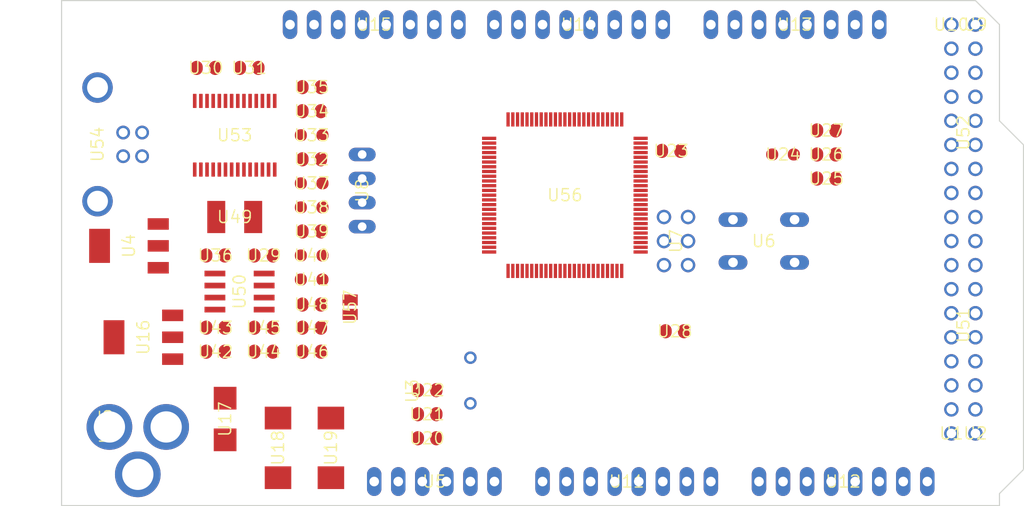
<source format=kicad_pcb>
(kicad_pcb (version 20221018) (generator pcbnew)
  (layers (0 "F.Cu" signal "Top") (31 "B.Cu" signal "Bottom") (34 "B.Paste" user) (35 "F.Paste" user) (36 "B.SilkS" user "B.Silkscreen") (37 "F.SilkS" user "F.Silkscreen") (38 "B.Mask" user) (39 "F.Mask" user) (44 "Edge.Cuts" user))
  (net 0 "")
  (net 1 "+5V")
  (net 2 "GND")
  (net 3 "N$6")
  (net 4 "N$7")
  (net 5 "AREF")
  (net 6 "RESET")
  (net 7 "VIN")
  (net 8 "N$3")
  (net 9 "PWRIN")
  (net 10 "M8RXD")
  (net 11 "M8TXD")
  (net 12 "ADC0")
  (net 13 "ADC2")
  (net 14 "ADC1")
  (net 15 "ADC3")
  (net 16 "ADC4")
  (net 17 "ADC5")
  (net 18 "ADC6")
  (net 19 "ADC7")
  (net 20 "+3V3")
  (net 21 "SDA")
  (net 22 "SCL")
  (net 23 "ADC9")
  (net 24 "ADC8")
  (net 25 "ADC10")
  (net 26 "ADC11")
  (net 27 "ADC12")
  (net 28 "ADC13")
  (net 29 "ADC14")
  (net 30 "ADC15")
  (net 31 "PB3")
  (net 32 "PB2")
  (net 33 "PB1")
  (net 34 "PB5")
  (net 35 "PB4")
  (net 36 "PE5")
  (net 37 "PE4")
  (net 38 "PE3")
  (net 39 "PE1")
  (net 40 "PE0")
  (net 41 "N$15")
  (net 42 "N$53")
  (net 43 "N$54")
  (net 44 "N$55")
  (net 45 "D-")
  (net 46 "D+")
  (net 47 "N$60")
  (net 48 "DTR")
  (net 49 "USBVCC")
  (net 50 "N$2")
  (net 51 "N$4")
  (net 52 "GATE_CMD")
  (net 53 "CMP")
  (net 54 "PB6")
  (net 55 "PH3")
  (net 56 "PH4")
  (net 57 "PH5")
  (net 58 "PH6")
  (net 59 "PG5")
  (net 60 "RXD1")
  (net 61 "TXD1")
  (net 62 "RXD2")
  (net 63 "RXD3")
  (net 64 "TXD2")
  (net 65 "TXD3")
  (net 66 "PC0")
  (net 67 "PC1")
  (net 68 "PC2")
  (net 69 "PC3")
  (net 70 "PC4")
  (net 71 "PC5")
  (net 72 "PC6")
  (net 73 "PC7")
  (net 74 "PB0")
  (net 75 "PG0")
  (net 76 "PG1")
  (net 77 "PG2")
  (net 78 "PD7")
  (net 79 "PA0")
  (net 80 "PA1")
  (net 81 "PA2")
  (net 82 "PA3")
  (net 83 "PA4")
  (net 84 "PA5")
  (net 85 "PA6")
  (net 86 "PA7")
  (net 87 "PL0")
  (net 88 "PL1")
  (net 89 "PL2")
  (net 90 "PL3")
  (net 91 "PL4")
  (net 92 "PL5")
  (net 93 "PL6")
  (net 94 "PL7")
  (net 95 "PB7")
  (net 96 "CTS")
  (net 97 "DSR")
  (net 98 "DCD")
  (net 99 "RI")
  (footprint "Arduino_MEGA_Reference_Design:2X03" (layer "F.Cu") (at 162.5981 103.7336 -90)
    (fp_text reference "U7")
    (fp_text value "")
  )
  (footprint "Arduino_MEGA_Reference_Design:1X08" (layer "F.Cu") (at 152.3111 80.8736 180)
    (fp_text reference "U14")
    (fp_text value "")
  )
  (footprint "Arduino_MEGA_Reference_Design:1X08" (layer "F.Cu") (at 130.7211 80.8736 180)
    (fp_text reference "U15")
    (fp_text value "")
  )
  (footprint "Arduino_MEGA_Reference_Design:SMC_D" (layer "F.Cu") (at 120.5611 125.5776 -90)
    (fp_text reference "U18")
    (fp_text value "")
  )
  (footprint "Arduino_MEGA_Reference_Design:SMC_D" (layer "F.Cu") (at 126.1491 125.5776 -90)
    (fp_text reference "U19")
    (fp_text value "")
  )
  (footprint "Arduino_MEGA_Reference_Design:B3F-10XX" (layer "F.Cu") (at 171.8691 103.7336 180)
    (fp_text reference "U6")
    (fp_text value "")
  )
  (footprint "Arduino_MEGA_Reference_Design:0805RND" (layer "F.Cu") (at 173.9011 94.5896 180)
    (fp_text reference "U24")
    (fp_text value "")
  )
  (footprint "Arduino_MEGA_Reference_Design:SMB" (layer "F.Cu") (at 114.9731 122.5296 -90)
    (fp_text reference "U17")
    (fp_text value "")
  )
  (footprint "Arduino_MEGA_Reference_Design:DC-21MM" (layer "F.Cu") (at 103.0351 123.2916 90)
    (fp_text reference "U55")
    (fp_text value "")
  )
  (footprint "Arduino_MEGA_Reference_Design:HC49_S" (layer "F.Cu") (at 140.8811 118.4656 90)
    (fp_text reference "U3")
    (fp_text value "")
  )
  (footprint "Arduino_MEGA_Reference_Design:SOT223" (layer "F.Cu") (at 106.3371 113.8936 90)
    (fp_text reference "U16")
    (fp_text value "")
  )
  (footprint "Arduino_MEGA_Reference_Design:1X06" (layer "F.Cu") (at 137.0711 129.1336)
    (fp_text reference "U5")
    (fp_text value "")
  )
  (footprint "Arduino_MEGA_Reference_Design:C0805RND" (layer "F.Cu") (at 124.1171 87.4776)
    (fp_text reference "U35")
    (fp_text value "")
  )
  (footprint "Arduino_MEGA_Reference_Design:C0805RND" (layer "F.Cu") (at 162.4711 113.2586)
    (fp_text reference "U28")
    (fp_text value "")
  )
  (footprint "Arduino_MEGA_Reference_Design:C0805RND" (layer "F.Cu") (at 136.3091 122.0216)
    (fp_text reference "U21")
    (fp_text value "")
  )
  (footprint "Arduino_MEGA_Reference_Design:C0805RND" (layer "F.Cu") (at 136.3091 119.4816)
    (fp_text reference "U22")
    (fp_text value "")
  )
  (footprint "Arduino_MEGA_Reference_Design:C0805RND" (layer "F.Cu") (at 113.9571 112.8776)
    (fp_text reference "U43")
    (fp_text value "")
  )
  (footprint "Arduino_MEGA_Reference_Design:RCL_0805RND" (layer "F.Cu") (at 124.1171 105.2576)
    (fp_text reference "U40")
    (fp_text value "")
  )
  (footprint "Arduino_MEGA_Reference_Design:RCL_0805RND" (layer "F.Cu") (at 124.1171 107.7976)
    (fp_text reference "U41")
    (fp_text value "")
  )
  (footprint "Arduino_MEGA_Reference_Design:1X08" (layer "F.Cu") (at 157.3911 129.1336)
    (fp_text reference "U11")
    (fp_text value "")
  )
  (footprint "Arduino_MEGA_Reference_Design:1X08" (layer "F.Cu") (at 175.1711 80.8736 180)
    (fp_text reference "U13")
    (fp_text value "")
  )
  (footprint "Arduino_MEGA_Reference_Design:R0805RND" (layer "F.Cu") (at 178.4731 94.5896 180)
    (fp_text reference "U26")
    (fp_text value "")
  )
  (footprint "Arduino_MEGA_Reference_Design:R0805RND" (layer "F.Cu") (at 178.4731 92.0496 180)
    (fp_text reference "U27")
    (fp_text value "")
  )
  (footprint "Arduino_MEGA_Reference_Design:TQFP100" (layer "F.Cu") (at 150.86109924316406 98.8873291015625 0)
    (fp_text reference "U56")
    (fp_text value "")
  )
  (footprint "Arduino_MEGA_Reference_Design:C0805RND" (layer "F.Cu") (at 162.0901 94.2086 180)
    (fp_text reference "U23")
    (fp_text value "")
  )
  (footprint "Arduino_MEGA_Reference_Design:C0805RND" (layer "F.Cu") (at 136.3091 124.5616)
    (fp_text reference "U20")
    (fp_text value "")
  )
  (footprint "Arduino_MEGA_Reference_Design:1X08" (layer "F.Cu") (at 180.2511 129.1336)
    (fp_text reference "U12")
    (fp_text value "")
  )
  (footprint "Arduino_MEGA_Reference_Design:R0805RND" (layer "F.Cu") (at 124.1171 112.8776)
    (fp_text reference "U47")
    (fp_text value "")
  )
  (footprint "Arduino_MEGA_Reference_Design:C0805RND" (layer "F.Cu") (at 124.1171 115.4176)
    (fp_text reference "U46")
    (fp_text value "")
  )
  (footprint "Arduino_MEGA_Reference_Design:C0805RND" (layer "F.Cu") (at 113.9571 105.2576)
    (fp_text reference "U36")
    (fp_text value "")
  )
  (footprint "Arduino_MEGA_Reference_Design:C0805RND" (layer "F.Cu") (at 112.9411 85.4456)
    (fp_text reference "U30")
    (fp_text value "")
  )
  (footprint "Arduino_MEGA_Reference_Design:0805RND" (layer "F.Cu") (at 124.1171 100.1776 180)
    (fp_text reference "U38")
    (fp_text value "")
  )
  (footprint "Arduino_MEGA_Reference_Design:0805RND" (layer "F.Cu") (at 124.1171 97.6376 180)
    (fp_text reference "U37")
    (fp_text value "")
  )
  (footprint "Arduino_MEGA_Reference_Design:R0805RND" (layer "F.Cu") (at 124.1171 95.0976)
    (fp_text reference "U32")
    (fp_text value "")
  )
  (footprint "Arduino_MEGA_Reference_Design:R0805RND" (layer "F.Cu") (at 124.1171 102.7176)
    (fp_text reference "U39")
    (fp_text value "")
  )
  (footprint "Arduino_MEGA_Reference_Design:SSOP28" (layer "F.Cu") (at 115.9891 92.5576)
    (fp_text reference "U53")
    (fp_text value "")
  )
  (footprint "Arduino_MEGA_Reference_Design:PN61729" (layer "F.Cu") (at 98.9584 93.5228 -90)
    (fp_text reference "U54")
    (fp_text value "")
  )
  (footprint "Arduino_MEGA_Reference_Design:L1812" (layer "F.Cu") (at 115.9891 101.1936)
    (fp_text reference "U49")
    (fp_text value "")
  )
  (footprint "Arduino_MEGA_Reference_Design:C0805RND" (layer "F.Cu") (at 117.5131 85.4456)
    (fp_text reference "U31")
    (fp_text value "")
  )
  (footprint "Arduino_MEGA_Reference_Design:0805RND" (layer "F.Cu") (at 124.1171 92.5576 180)
    (fp_text reference "U33")
    (fp_text value "")
  )
  (footprint "Arduino_MEGA_Reference_Design:R0805RND" (layer "F.Cu") (at 124.1171 90.0176 180)
    (fp_text reference "U34")
    (fp_text value "")
  )
  (footprint "Arduino_MEGA_Reference_Design:C0805RND" (layer "F.Cu") (at 124.1171 110.4392 180)
    (fp_text reference "U48")
    (fp_text value "")
  )
  (footprint "Arduino_MEGA_Reference_Design:SOT223" (layer "F.Cu") (at 104.8131 104.2416 90)
    (fp_text reference "U4")
    (fp_text value "")
  )
  (footprint "Arduino_MEGA_Reference_Design:SO08" (layer "F.Cu") (at 116.4971 109.0676 -90)
    (fp_text reference "U50")
    (fp_text value "")
  )
  (footprint "Arduino_MEGA_Reference_Design:R0805RND" (layer "F.Cu") (at 113.9571 115.4176 180)
    (fp_text reference "U42")
    (fp_text value "")
  )
  (footprint "Arduino_MEGA_Reference_Design:R0805RND" (layer "F.Cu") (at 119.0371 112.8776 180)
    (fp_text reference "U45")
    (fp_text value "")
  )
  (footprint "Arduino_MEGA_Reference_Design:C0805RND" (layer "F.Cu") (at 119.0371 115.4176 180)
    (fp_text reference "U44")
    (fp_text value "")
  )
  (footprint "Arduino_MEGA_Reference_Design:C0805RND" (layer "F.Cu") (at 119.0371 105.2576)
    (fp_text reference "U29")
    (fp_text value "")
  )
  (footprint "Arduino_MEGA_Reference_Design:2X08" (layer "F.Cu") (at 192.9511 92.3036 90)
    (fp_text reference "U52")
    (fp_text value "")
  )
  (footprint "Arduino_MEGA_Reference_Design:2X08" (layer "F.Cu") (at 192.9511 112.6236 90)
    (fp_text reference "U51")
    (fp_text value "")
  )
  (footprint "Arduino_MEGA_Reference_Design:R0805RND" (layer "F.Cu") (at 178.4731 97.1296 180)
    (fp_text reference "U25")
    (fp_text value "")
  )
  (footprint "Arduino_MEGA_Reference_Design:1X01" (layer "F.Cu") (at 191.6811 80.8736)
    (fp_text reference "U10")
    (fp_text value "")
  )
  (footprint "Arduino_MEGA_Reference_Design:1X01" (layer "F.Cu") (at 194.2211 80.8736)
    (fp_text reference "U9")
    (fp_text value "")
  )
  (footprint "Arduino_MEGA_Reference_Design:1X01" (layer "F.Cu") (at 191.6811 124.0536)
    (fp_text reference "U1")
    (fp_text value "")
  )
  (footprint "Arduino_MEGA_Reference_Design:1X01" (layer "F.Cu") (at 194.2211 124.0536)
    (fp_text reference "U2")
    (fp_text value "")
  )
  (footprint "Arduino_MEGA_Reference_Design:SJ" (layer "F.Cu") (at 128.1811 110.7186 -90)
    (fp_text reference "U57")
    (fp_text value "")
  )
  (footprint "Arduino_MEGA_Reference_Design:JP4" (layer "F.Cu") (at 129.4511 98.3996 -90)
    (fp_text reference "U8")
    (fp_text value "")
  )
  (gr_line (start 196.7611 80.8736) (end 196.7611 91.0336) (layer "Edge.Cuts") (width 0.12))
  (gr_line (start 196.7611 130.4036) (end 196.7611 131.6736) (layer "Edge.Cuts") (width 0.12))
  (gr_line (start 194.2211 78.3336) (end 196.7611 80.8736) (layer "Edge.Cuts") (width 0.12))
  (gr_line (start 97.7011 78.3336) (end 194.2211 78.3336) (layer "Edge.Cuts") (width 0.12))
  (gr_line (start 196.7611 91.0336) (end 199.3011 93.5736) (layer "Edge.Cuts") (width 0.12))
  (gr_line (start 97.7011 131.6736) (end 97.7011 78.3336) (layer "Edge.Cuts") (width 0.12))
  (gr_line (start 196.7611 131.6736) (end 97.7011 131.6736) (layer "Edge.Cuts") (width 0.12))
  (gr_line (start 199.3011 93.5736) (end 199.3011 127.8636) (layer "Edge.Cuts") (width 0.12))
  (gr_line (start 199.3011 127.8636) (end 196.7611 130.4036) (layer "Edge.Cuts") (width 0.12))
)
</source>
